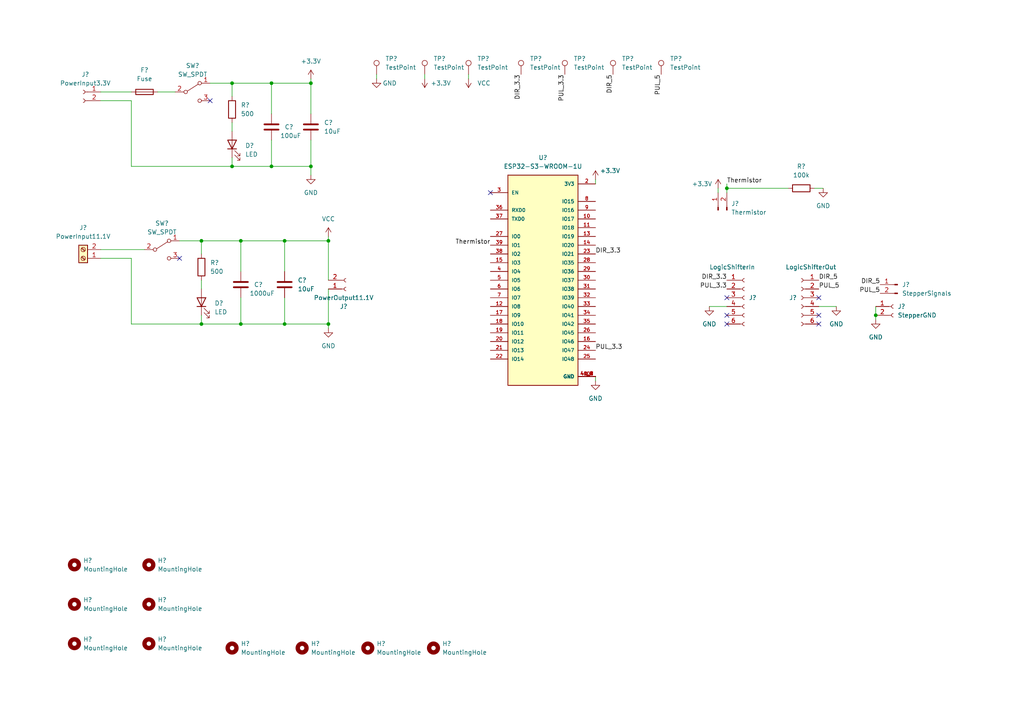
<source format=kicad_sch>
(kicad_sch (version 20211123) (generator eeschema)
  (paper "A4")
  (lib_symbols
    (symbol "Connector:Conn_01x02_Female" (pin_names (offset 1.016) hide)
      (property "Reference" "J" (at 0 2.54 0))
      (property "Value" "Conn_01x02_Female" (at 0 -5.08 0))
      (symbol "Conn_01x02_Female_1_1"
        (arc (start 0 -2.032) (mid -0.508 -2.54) (end 0 -3.048) (stroke (width 0.1524)))
        (polyline (pts (xy -1.27 -2.54) (xy -0.508 -2.54)) (stroke (width 0.1524)))
        (polyline (pts (xy -1.27 0) (xy -0.508 0)) (stroke (width 0.1524)))
        (arc (start 0 0.508) (mid -0.508 0) (end 0 -0.508) (stroke (width 0.1524)))
        (pin passive line (at -5.08 0 0) (length 3.81) (name "Pin_1") (number "1"))
        (pin passive line (at -5.08 -2.54 0) (length 3.81) (name "Pin_2") (number "2"))
      )
    )
    (symbol "Connector:Conn_01x02_Male" (pin_names (offset 1.016) hide)
      (property "Reference" "J" (at 0 2.54 0))
      (property "Value" "Conn_01x02_Male" (at 0 -5.08 0))
      (symbol "Conn_01x02_Male_1_1"
        (polyline (pts (xy 1.27 -2.54) (xy 0.8636 -2.54)) (stroke (width 0.1524)))
        (polyline (pts (xy 1.27 0) (xy 0.8636 0)) (stroke (width 0.1524)))
        (rectangle (start 0.8636 -2.413) (end 0 -2.667) (stroke (width 0.1524)) (fill (type outline)))
        (rectangle (start 0.8636 0.127) (end 0 -0.127) (stroke (width 0.1524)) (fill (type outline)))
        (pin passive line (at 5.08 0 180) (length 3.81) (name "Pin_1") (number "1"))
        (pin passive line (at 5.08 -2.54 180) (length 3.81) (name "Pin_2") (number "2"))
      )
    )
    (symbol "Connector:Conn_01x06_Female" (pin_names (offset 1.016) hide)
      (property "Reference" "J" (at 0 7.62 0))
      (property "Value" "Conn_01x06_Female" (at 0 -10.16 0))
      (symbol "Conn_01x06_Female_1_1"
        (arc (start 0 -7.112) (mid -0.508 -7.62) (end 0 -8.128) (stroke (width 0.1524)))
        (arc (start 0 -4.572) (mid -0.508 -5.08) (end 0 -5.588) (stroke (width 0.1524)))
        (arc (start 0 -2.032) (mid -0.508 -2.54) (end 0 -3.048) (stroke (width 0.1524)))
        (polyline (pts (xy -1.27 -7.62) (xy -0.508 -7.62)) (stroke (width 0.1524)))
        (polyline (pts (xy -1.27 -5.08) (xy -0.508 -5.08)) (stroke (width 0.1524)))
        (polyline (pts (xy -1.27 -2.54) (xy -0.508 -2.54)) (stroke (width 0.1524)))
        (polyline (pts (xy -1.27 0) (xy -0.508 0)) (stroke (width 0.1524)))
        (polyline (pts (xy -1.27 2.54) (xy -0.508 2.54)) (stroke (width 0.1524)))
        (polyline (pts (xy -1.27 5.08) (xy -0.508 5.08)) (stroke (width 0.1524)))
        (arc (start 0 0.508) (mid -0.508 0) (end 0 -0.508) (stroke (width 0.1524)))
        (arc (start 0 3.048) (mid -0.508 2.54) (end 0 2.032) (stroke (width 0.1524)))
        (arc (start 0 5.588) (mid -0.508 5.08) (end 0 4.572) (stroke (width 0.1524)))
        (pin passive line (at -5.08 5.08 0) (length 3.81) (name "Pin_1") (number "1"))
        (pin passive line (at -5.08 2.54 0) (length 3.81) (name "Pin_2") (number "2"))
        (pin passive line (at -5.08 0 0) (length 3.81) (name "Pin_3") (number "3"))
        (pin passive line (at -5.08 -2.54 0) (length 3.81) (name "Pin_4") (number "4"))
        (pin passive line (at -5.08 -5.08 0) (length 3.81) (name "Pin_5") (number "5"))
        (pin passive line (at -5.08 -7.62 0) (length 3.81) (name "Pin_6") (number "6"))
      )
    )
    (symbol "Connector:Screw_Terminal_01x02" (pin_names (offset 1.016) hide)
      (property "Reference" "J" (at 0 2.54 0))
      (property "Value" "Screw_Terminal_01x02" (at 0 -5.08 0))
      (symbol "Screw_Terminal_01x02_1_1"
        (rectangle (start -1.27 1.27) (end 1.27 -3.81) (stroke (width 0.254)) (fill (type background)))
        (circle (center 0 -2.54) (radius 0.635) (stroke (width 0.1524)))
        (polyline (pts (xy -0.5334 -2.2098) (xy 0.3302 -3.048)) (stroke (width 0.1524)))
        (polyline (pts (xy -0.5334 0.3302) (xy 0.3302 -0.508)) (stroke (width 0.1524)))
        (polyline (pts (xy -0.3556 -2.032) (xy 0.508 -2.8702)) (stroke (width 0.1524)))
        (polyline (pts (xy -0.3556 0.508) (xy 0.508 -0.3302)) (stroke (width 0.1524)))
        (circle (center 0 0) (radius 0.635) (stroke (width 0.1524)))
        (pin passive line (at -5.08 0 0) (length 3.81) (name "Pin_1") (number "1"))
        (pin passive line (at -5.08 -2.54 0) (length 3.81) (name "Pin_2") (number "2"))
      )
    )
    (symbol "Connector:TestPoint" (pin_numbers hide) (pin_names (offset 0.762) hide)
      (property "Reference" "TP" (at 0 6.858 0))
      (property "Value" "TestPoint" (at 0 5.08 0))
      (symbol "TestPoint_0_1"
        (circle (center 0 3.302) (radius 0.762))
      )
      (symbol "TestPoint_1_1"
        (pin passive line (at 0 0 90) (length 2.54) (name "1") (number "1"))
      )
    )
    (symbol "Device:C" (pin_numbers hide) (pin_names (offset 0.254))
      (property "Reference" "C" (at 0.635 2.54 0))
      (property "Value" "C" (at 0.635 -2.54 0))
      (symbol "C_0_1"
        (polyline (pts (xy -2.032 -0.762) (xy 2.032 -0.762)) (stroke (width 0.508)))
        (polyline (pts (xy -2.032 0.762) (xy 2.032 0.762)) (stroke (width 0.508)))
      )
      (symbol "C_1_1"
        (pin passive line (at 0 3.81 270) (length 2.794) (name "~") (number "1"))
        (pin passive line (at 0 -3.81 90) (length 2.794) (name "~") (number "2"))
      )
    )
    (symbol "Device:Fuse" (pin_numbers hide) (pin_names (offset 0))
      (property "Reference" "F" (at 2.032 0 90))
      (property "Value" "Fuse" (at -1.905 0 90))
      (symbol "Fuse_0_1"
        (rectangle (start -0.762 -2.54) (end 0.762 2.54) (stroke (width 0.254)))
        (polyline (pts (xy 0 2.54) (xy 0 -2.54)))
      )
      (symbol "Fuse_1_1"
        (pin passive line (at 0 3.81 270) (length 1.27) (name "~") (number "1"))
        (pin passive line (at 0 -3.81 90) (length 1.27) (name "~") (number "2"))
      )
    )
    (symbol "Device:LED" (pin_numbers hide) (pin_names (offset 1.016) hide)
      (property "Reference" "D" (at 0 2.54 0))
      (property "Value" "LED" (at 0 -2.54 0))
      (symbol "LED_0_1"
        (polyline (pts (xy -1.27 -1.27) (xy -1.27 1.27)) (stroke (width 0.254)))
        (polyline (pts (xy -1.27 0) (xy 1.27 0)))
        (polyline (pts (xy 1.27 -1.27) (xy 1.27 1.27) (xy -1.27 0) (xy 1.27 -1.27)) (stroke (width 0.254)))
        (polyline (pts (xy -3.048 -0.762) (xy -4.572 -2.286) (xy -3.81 -2.286) (xy -4.572 -2.286) (xy -4.572 -1.524)))
        (polyline (pts (xy -1.778 -0.762) (xy -3.302 -2.286) (xy -2.54 -2.286) (xy -3.302 -2.286) (xy -3.302 -1.524)))
      )
      (symbol "LED_1_1"
        (pin passive line (at -3.81 0 0) (length 2.54) (name "K") (number "1"))
        (pin passive line (at 3.81 0 180) (length 2.54) (name "A") (number "2"))
      )
    )
    (symbol "Device:R" (pin_numbers hide) (pin_names (offset 0))
      (property "Reference" "R" (at 2.032 0 90))
      (property "Value" "R" (at 0 0 90))
      (symbol "R_0_1"
        (rectangle (start -1.016 -2.54) (end 1.016 2.54) (stroke (width 0.254)))
      )
      (symbol "R_1_1"
        (pin passive line (at 0 3.81 270) (length 1.27) (name "~") (number "1"))
        (pin passive line (at 0 -3.81 90) (length 1.27) (name "~") (number "2"))
      )
    )
    (symbol "ESP32-S3-WROOM-1U:ESP32-S3-WROOM-1U" (pin_names (offset 1.016))
      (property "Reference" "U" (at -10.16 31.369 0))
      (property "Value" "ESP32-S3-WROOM-1U" (at -10.16 -33.02 0))
      (symbol "ESP32-S3-WROOM-1U_0_0"
        (rectangle (start -10.16 -30.48) (end 10.16 30.48) (stroke (width 0.254)) (fill (type background)))
        (pin power_in line (at 15.24 -27.94 180) (length 5.08) (name "GND") (number "1"))
        (pin bidirectional line (at 15.24 17.78 180) (length 5.08) (name "IO17") (number "10"))
        (pin bidirectional line (at 15.24 15.24 180) (length 5.08) (name "IO18") (number "11"))
        (pin bidirectional line (at -15.24 -7.62 0) (length 5.08) (name "IO8") (number "12"))
        (pin bidirectional line (at 15.24 12.7 180) (length 5.08) (name "IO19") (number "13"))
        (pin bidirectional line (at 15.24 10.16 180) (length 5.08) (name "IO20") (number "14"))
        (pin bidirectional line (at -15.24 5.08 0) (length 5.08) (name "IO3") (number "15"))
        (pin bidirectional line (at 15.24 -17.78 180) (length 5.08) (name "IO46") (number "16"))
        (pin bidirectional line (at -15.24 -10.16 0) (length 5.08) (name "IO9") (number "17"))
        (pin bidirectional line (at -15.24 -12.7 0) (length 5.08) (name "IO10") (number "18"))
        (pin bidirectional line (at -15.24 -15.24 0) (length 5.08) (name "IO11") (number "19"))
        (pin power_in line (at 15.24 27.94 180) (length 5.08) (name "3V3") (number "2"))
        (pin bidirectional line (at -15.24 -17.78 0) (length 5.08) (name "IO12") (number "20"))
        (pin bidirectional line (at -15.24 -20.32 0) (length 5.08) (name "IO13") (number "21"))
        (pin bidirectional line (at -15.24 -22.86 0) (length 5.08) (name "IO14") (number "22"))
        (pin bidirectional line (at 15.24 7.62 180) (length 5.08) (name "IO21") (number "23"))
        (pin bidirectional line (at 15.24 -20.32 180) (length 5.08) (name "IO47") (number "24"))
        (pin bidirectional line (at 15.24 -22.86 180) (length 5.08) (name "IO48") (number "25"))
        (pin bidirectional line (at 15.24 -15.24 180) (length 5.08) (name "IO45") (number "26"))
        (pin bidirectional line (at -15.24 12.7 0) (length 5.08) (name "IO0") (number "27"))
        (pin bidirectional line (at 15.24 5.08 180) (length 5.08) (name "IO35") (number "28"))
        (pin bidirectional line (at 15.24 2.54 180) (length 5.08) (name "IO36") (number "29"))
        (pin input line (at -15.24 25.4 0) (length 5.08) (name "EN") (number "3"))
        (pin bidirectional line (at 15.24 0 180) (length 5.08) (name "IO37") (number "30"))
        (pin bidirectional line (at 15.24 -2.54 180) (length 5.08) (name "IO38") (number "31"))
        (pin bidirectional line (at 15.24 -5.08 180) (length 5.08) (name "IO39") (number "32"))
        (pin bidirectional line (at 15.24 -7.62 180) (length 5.08) (name "IO40") (number "33"))
        (pin bidirectional line (at 15.24 -10.16 180) (length 5.08) (name "IO41") (number "34"))
        (pin bidirectional line (at 15.24 -12.7 180) (length 5.08) (name "IO42") (number "35"))
        (pin bidirectional line (at -15.24 20.32 0) (length 5.08) (name "RXD0") (number "36"))
        (pin bidirectional line (at -15.24 17.78 0) (length 5.08) (name "TXD0") (number "37"))
        (pin bidirectional line (at -15.24 7.62 0) (length 5.08) (name "IO2") (number "38"))
        (pin bidirectional line (at -15.24 10.16 0) (length 5.08) (name "IO1") (number "39"))
        (pin bidirectional line (at -15.24 2.54 0) (length 5.08) (name "IO4") (number "4"))
        (pin power_in line (at 15.24 -27.94 180) (length 5.08) (name "GND") (number "40"))
        (pin power_in line (at 15.24 -27.94 180) (length 5.08) (name "GND") (number "41_1"))
        (pin power_in line (at 15.24 -27.94 180) (length 5.08) (name "GND") (number "41_2"))
        (pin power_in line (at 15.24 -27.94 180) (length 5.08) (name "GND") (number "41_3"))
        (pin power_in line (at 15.24 -27.94 180) (length 5.08) (name "GND") (number "41_4"))
        (pin power_in line (at 15.24 -27.94 180) (length 5.08) (name "GND") (number "41_5"))
        (pin power_in line (at 15.24 -27.94 180) (length 5.08) (name "GND") (number "41_6"))
        (pin power_in line (at 15.24 -27.94 180) (length 5.08) (name "GND") (number "41_7"))
        (pin power_in line (at 15.24 -27.94 180) (length 5.08) (name "GND") (number "41_8"))
        (pin power_in line (at 15.24 -27.94 180) (length 5.08) (name "GND") (number "41_9"))
        (pin bidirectional line (at -15.24 0 0) (length 5.08) (name "IO5") (number "5"))
        (pin bidirectional line (at -15.24 -2.54 0) (length 5.08) (name "IO6") (number "6"))
        (pin bidirectional line (at -15.24 -5.08 0) (length 5.08) (name "IO7") (number "7"))
        (pin bidirectional line (at 15.24 22.86 180) (length 5.08) (name "IO15") (number "8"))
        (pin bidirectional line (at 15.24 20.32 180) (length 5.08) (name "IO16") (number "9"))
      )
    )
    (symbol "Mechanical:MountingHole" (pin_names (offset 1.016))
      (property "Reference" "H" (at 0 5.08 0))
      (property "Value" "MountingHole" (at 0 3.175 0))
      (symbol "MountingHole_0_1"
        (circle (center 0 0) (radius 1.27) (stroke (width 1.27)))
      )
    )
    (symbol "Switch:SW_SPDT" (pin_names (offset 0) hide)
      (property "Reference" "SW" (at 0 4.318 0))
      (property "Value" "SW_SPDT" (at 0 -5.08 0))
      (symbol "SW_SPDT_0_0"
        (circle (center -2.032 0) (radius 0.508))
        (circle (center 2.032 -2.54) (radius 0.508))
      )
      (symbol "SW_SPDT_0_1"
        (polyline (pts (xy -1.524 0.254) (xy 1.651 2.286)))
        (circle (center 2.032 2.54) (radius 0.508))
      )
      (symbol "SW_SPDT_1_1"
        (pin passive line (at 5.08 2.54 180) (length 2.54) (name "A") (number "1"))
        (pin passive line (at -5.08 0 0) (length 2.54) (name "B") (number "2"))
        (pin passive line (at 5.08 -2.54 180) (length 2.54) (name "C") (number "3"))
      )
    )
    (symbol "power:+3.3V" (power) (pin_names (offset 0))
      (property "Value" "+3.3V" (at 0 3.556 0))
      (symbol "+3.3V_0_1"
        (polyline (pts (xy -0.762 1.27) (xy 0 2.54)))
        (polyline (pts (xy 0 0) (xy 0 2.54)))
        (polyline (pts (xy 0 2.54) (xy 0.762 1.27)))
      )
      (symbol "+3.3V_1_1"
        (pin power_in line (at 0 0 90) (length 0) hide (name "+3.3V") (number "1"))
      )
    )
    (symbol "power:GND" (power) (pin_names (offset 0))
      (property "Value" "GND" (at 0 -3.81 0))
      (symbol "GND_0_1"
        (polyline (pts (xy 0 0) (xy 0 -1.27) (xy 1.27 -1.27) (xy 0 -2.54) (xy -1.27 -1.27) (xy 0 -1.27)))
      )
      (symbol "GND_1_1"
        (pin power_in line (at 0 0 270) (length 0) hide (name "GND") (number "1"))
      )
    )
    (symbol "power:VCC" (power) (pin_names (offset 0))
      (property "Value" "VCC" (at 0 3.81 0))
      (symbol "VCC_0_1"
        (polyline (pts (xy -0.762 1.27) (xy 0 2.54)))
        (polyline (pts (xy 0 0) (xy 0 2.54)))
        (polyline (pts (xy 0 2.54) (xy 0.762 1.27)))
      )
      (symbol "VCC_1_1"
        (pin power_in line (at 0 0 90) (length 0) hide (name "VCC") (number "1"))
      )
    )
  )
  (junction (at 210.82 54.61))
  (junction (at 95.25 93.98))
  (junction (at 78.74 24.13))
  (junction (at 82.55 93.98))
  (junction (at 82.55 69.85))
  (junction (at 90.17 24.13))
  (junction (at 67.31 24.13))
  (junction (at 67.31 48.26))
  (junction (at 58.42 69.85))
  (junction (at 58.42 93.98))
  (junction (at 69.85 93.98))
  (junction (at 254 91.44))
  (junction (at 78.74 48.26))
  (junction (at 69.85 69.85))
  (junction (at 90.17 48.26))
  (junction (at 95.25 69.85))
  (no_connect (at 60.96 29.21))
  (no_connect (at 210.82 91.44))
  (no_connect (at 210.82 93.98))
  (no_connect (at 237.49 93.98))
  (no_connect (at 237.49 91.44))
  (no_connect (at 210.82 86.36))
  (no_connect (at 237.49 86.36))
  (no_connect (at 142.24 55.88))
  (no_connect (at 52.07 74.93))
  (wire (pts (xy 58.42 69.85) (xy 58.42 73.66)))
  (wire (pts (xy 210.82 53.34) (xy 210.82 54.61)))
  (wire (pts (xy 67.31 24.13) (xy 78.74 24.13)))
  (wire (pts (xy 69.85 69.85) (xy 82.55 69.85)))
  (wire (pts (xy 135.89 22.86) (xy 135.89 21.59)))
  (wire (pts (xy 95.25 81.28) (xy 95.25 69.85)))
  (wire (pts (xy 58.42 81.28) (xy 58.42 83.82)))
  (wire (pts (xy 67.31 35.56) (xy 67.31 38.1)))
  (wire (pts (xy 69.85 86.36) (xy 69.85 93.98)))
  (wire (pts (xy 95.25 95.25) (xy 95.25 93.98)))
  (wire (pts (xy 95.25 69.85) (xy 82.55 69.85)))
  (wire (pts (xy 69.85 78.74) (xy 69.85 69.85)))
  (wire (pts (xy 90.17 33.02) (xy 90.17 24.13)))
  (wire (pts (xy 69.85 93.98) (xy 82.55 93.98)))
  (wire (pts (xy 38.1 29.21) (xy 38.1 48.26)))
  (wire (pts (xy 45.72 26.67) (xy 50.8 26.67)))
  (wire (pts (xy 82.55 78.74) (xy 82.55 69.85)))
  (wire (pts (xy 58.42 93.98) (xy 58.42 91.44)))
  (wire (pts (xy 109.22 21.59) (xy 109.22 22.86)))
  (wire (pts (xy 95.25 93.98) (xy 82.55 93.98)))
  (wire (pts (xy 78.74 40.64) (xy 78.74 48.26)))
  (wire (pts (xy 90.17 40.64) (xy 90.17 48.26)))
  (wire (pts (xy 60.96 24.13) (xy 67.31 24.13)))
  (wire (pts (xy 52.07 69.85) (xy 58.42 69.85)))
  (wire (pts (xy 67.31 48.26) (xy 67.31 45.72)))
  (wire (pts (xy 237.49 88.9) (xy 242.57 88.9)))
  (wire (pts (xy 38.1 74.93) (xy 38.1 93.98)))
  (wire (pts (xy 78.74 48.26) (xy 90.17 48.26)))
  (wire (pts (xy 254 88.9) (xy 254 91.44)))
  (wire (pts (xy 58.42 93.98) (xy 69.85 93.98)))
  (wire (pts (xy 95.25 83.82) (xy 95.25 93.98)))
  (wire (pts (xy 172.72 52.07) (xy 172.72 53.34)))
  (wire (pts (xy 38.1 48.26) (xy 67.31 48.26)))
  (wire (pts (xy 210.82 54.61) (xy 228.6 54.61)))
  (wire (pts (xy 90.17 48.26) (xy 90.17 50.8)))
  (wire (pts (xy 29.21 26.67) (xy 38.1 26.67)))
  (wire (pts (xy 38.1 93.98) (xy 58.42 93.98)))
  (wire (pts (xy 67.31 48.26) (xy 78.74 48.26)))
  (wire (pts (xy 29.21 72.39) (xy 41.91 72.39)))
  (wire (pts (xy 78.74 33.02) (xy 78.74 24.13)))
  (wire (pts (xy 210.82 54.61) (xy 210.82 55.88)))
  (wire (pts (xy 78.74 24.13) (xy 90.17 24.13)))
  (wire (pts (xy 29.21 29.21) (xy 38.1 29.21)))
  (wire (pts (xy 238.76 54.61) (xy 236.22 54.61)))
  (wire (pts (xy 172.72 110.49) (xy 172.72 109.22)))
  (wire (pts (xy 90.17 22.86) (xy 90.17 24.13)))
  (wire (pts (xy 95.25 68.58) (xy 95.25 69.85)))
  (wire (pts (xy 205.74 88.9) (xy 210.82 88.9)))
  (wire (pts (xy 58.42 69.85) (xy 69.85 69.85)))
  (wire (pts (xy 67.31 24.13) (xy 67.31 27.94)))
  (wire (pts (xy 254 92.71) (xy 254 91.44)))
  (wire (pts (xy 82.55 86.36) (xy 82.55 93.98)))
  (wire (pts (xy 208.28 54.61) (xy 208.28 55.88)))
  (wire (pts (xy 123.19 22.86) (xy 123.19 21.59)))
  (wire (pts (xy 29.21 74.93) (xy 38.1 74.93)))
  (label "PUL_3.3" (at 163.83 21.59 270))
  (label "PUL_5" (at 191.77 21.59 270))
  (label "PUL_5" (at 237.49 83.82 0))
  (label "DIR_3.3" (at 151.13 21.59 270))
  (label "Thermistor" (at 142.24 71.12 180))
  (label "DIR_5" (at 237.49 81.28 0))
  (label "DIR_3.3" (at 210.82 81.28 180))
  (label "DIR_5" (at 177.8 21.59 270))
  (label "PUL_3.3" (at 210.82 83.82 180))
  (label "PUL_3.3" (at 172.72 101.6 0))
  (label "PUL_5" (at 255.27 85.09 180))
  (label "Thermistor" (at 210.82 53.34 0))
  (label "DIR_3.3" (at 172.72 73.66 0))
  (label "DIR_5" (at 255.27 82.55 180))
  (symbol (lib_id "power:GND") (at 254 92.71 0) (unit 1)
    (property "Reference" "#PWR?" (effects hide))
    (property "Value" "GND" (at 254 97.79 0))
  )
  (symbol (lib_id "power:+3.3V") (at 208.28 54.61 0) (mirror y) (unit 1)
    (property "Reference" "#PWR?" (effects hide))
    (property "Value" "+3.3V" (at 200.66 53.34 0) (effects (justify right)))
  )
  (symbol (lib_id "Mechanical:MountingHole") (at 21.59 186.69 0) (unit 1)
    (property "Reference" "H?" (at 24.13 185.4199 0) (effects (justify left)))
    (property "Value" "MountingHole" (at 24.13 187.9599 0) (effects (justify left)))
  )
  (symbol (lib_id "Mechanical:MountingHole") (at 21.59 163.83 0) (unit 1)
    (property "Reference" "H?" (at 24.13 162.5599 0) (effects (justify left)))
    (property "Value" "MountingHole" (at 24.13 165.0999 0) (effects (justify left)))
  )
  (symbol (lib_id "power:VCC") (at 95.25 68.58 0) (unit 1)
    (property "Reference" "#PWR?" (effects hide))
    (property "Value" "VCC" (at 95.25 63.5 0))
  )
  (symbol (lib_id "power:GND") (at 90.17 50.8 0) (unit 1)
    (property "Reference" "#PWR?" (effects hide))
    (property "Value" "GND" (at 90.17 55.88 0))
  )
  (symbol (lib_id "Connector:Conn_01x02_Male") (at 260.35 82.55 0) (mirror y) (unit 1)
    (property "Reference" "J?" (at 261.62 82.5499 0) (effects (justify right)))
    (property "Value" "StepperSignals" (at 261.62 85.0899 0) (effects (justify right)))
  )
  (symbol (lib_id "power:VCC") (at 135.89 22.86 180) (unit 1)
    (property "Reference" "#PWR?" (effects hide))
    (property "Value" "VCC" (at 138.43 24.1299 0) (effects (justify right)))
  )
  (symbol (lib_id "Device:C") (at 78.74 36.83 0) (unit 1)
    (property "Reference" "C?" (at 82.55 36.83 0) (effects (justify left)))
    (property "Value" "100uF" (at 81.28 39.37 0) (effects (justify left)))
    (property "Footprint" "Capacitor_THT:C_Rect_L7.2mm_W8.5mm_P5.00mm_FKP2_FKP2_MKS2_MKP2" (effects hide))
  )
  (symbol (lib_id "Connector:TestPoint") (at 191.77 21.59 0) (unit 1)
    (property "Reference" "TP?" (at 194.31 17.0179 0) (effects (justify left)))
    (property "Value" "TestPoint" (at 194.31 19.5579 0) (effects (justify left)))
  )
  (symbol (lib_id "Switch:SW_SPDT") (at 46.99 72.39 0) (unit 1)
    (property "Reference" "SW?" (at 46.99 64.77 0))
    (property "Value" "SW_SPDT" (at 46.99 67.31 0))
    (property "Footprint" "Button_Switch_THT:SW_E-Switch_EG1224_SPDT_Angled" (effects hide))
  )
  (symbol (lib_id "Mechanical:MountingHole") (at 106.68 187.96 0) (unit 1)
    (property "Reference" "H?" (at 109.22 186.6899 0) (effects (justify left)))
    (property "Value" "MountingHole" (at 109.22 189.2299 0) (effects (justify left)))
  )
  (symbol (lib_id "Connector:TestPoint") (at 151.13 21.59 0) (unit 1)
    (property "Reference" "TP?" (at 153.67 17.0179 0) (effects (justify left)))
    (property "Value" "TestPoint" (at 153.67 19.5579 0) (effects (justify left)))
  )
  (symbol (lib_id "Device:Fuse") (at 41.91 26.67 90) (unit 1)
    (property "Reference" "F?" (at 41.91 20.32 90))
    (property "Value" "Fuse" (at 41.91 22.86 90))
    (property "Footprint" "ProjectLibraries:fuse_tht" (effects hide))
  )
  (symbol (lib_id "Connector:Conn_01x06_Female") (at 232.41 86.36 0) (mirror y) (unit 1)
    (property "Reference" "J?" (at 231.14 86.3599 0) (effects (justify left)))
    (property "Value" "LogicShifterOut" (at 242.57 77.47 0) (effects (justify left)))
  )
  (symbol (lib_id "Mechanical:MountingHole") (at 43.18 175.26 0) (unit 1)
    (property "Reference" "H?" (at 45.72 173.9899 0) (effects (justify left)))
    (property "Value" "MountingHole" (at 45.72 176.5299 0) (effects (justify left)))
  )
  (symbol (lib_id "Device:R") (at 232.41 54.61 90) (unit 1)
    (property "Reference" "R?" (at 232.41 48.26 90))
    (property "Value" "100k" (at 232.41 50.8 90))
  )
  (symbol (lib_id "Connector:TestPoint") (at 123.19 21.59 0) (unit 1)
    (property "Reference" "TP?" (at 125.73 17.0179 0) (effects (justify left)))
    (property "Value" "TestPoint" (at 125.73 19.5579 0) (effects (justify left)))
  )
  (symbol (lib_id "power:+3.3V") (at 172.72 52.07 0) (mirror y) (unit 1)
    (property "Reference" "#PWR?" (effects hide))
    (property "Value" "+3.3V" (at 173.99 49.53 0) (effects (justify right)))
  )
  (symbol (lib_id "Connector:TestPoint") (at 135.89 21.59 0) (unit 1)
    (property "Reference" "TP?" (at 138.43 17.0179 0) (effects (justify left)))
    (property "Value" "TestPoint" (at 138.43 19.5579 0) (effects (justify left)))
  )
  (symbol (lib_id "Switch:SW_SPDT") (at 55.88 26.67 0) (unit 1)
    (property "Reference" "SW?" (at 55.88 19.05 0))
    (property "Value" "SW_SPDT" (at 55.88 21.59 0))
    (property "Footprint" "Button_Switch_THT:SW_E-Switch_EG1224_SPDT_Angled" (effects hide))
  )
  (symbol (lib_id "Connector:TestPoint") (at 163.83 21.59 0) (unit 1)
    (property "Reference" "TP?" (at 166.37 17.0179 0) (effects (justify left)))
    (property "Value" "TestPoint" (at 166.37 19.5579 0) (effects (justify left)))
  )
  (symbol (lib_id "power:+3.3V") (at 123.19 22.86 0) (mirror x) (unit 1)
    (property "Reference" "#PWR?" (effects hide))
    (property "Value" "+3.3V" (at 130.81 24.13 0) (effects (justify right)))
  )
  (symbol (lib_id "Device:LED") (at 58.42 87.63 90) (unit 1)
    (property "Reference" "D?" (at 62.23 87.9474 90) (effects (justify right)))
    (property "Value" "LED" (at 62.23 90.4874 90) (effects (justify right)))
    (property "Footprint" "LED_THT:LED_D1.8mm_W3.3mm_H2.4mm" (effects hide))
  )
  (symbol (lib_id "Connector:Conn_01x06_Female") (at 215.9 86.36 0) (unit 1)
    (property "Reference" "J?" (at 217.17 86.3599 0) (effects (justify left)))
    (property "Value" "LogicShifterIn" (at 205.74 77.47 0) (effects (justify left)))
  )
  (symbol (lib_id "power:GND") (at 109.22 22.86 0) (unit 1)
    (property "Reference" "#PWR?" (effects hide))
    (property "Value" "GND" (at 113.03 24.13 0))
  )
  (symbol (lib_id "ESP32-S3-WROOM-1U:ESP32-S3-WROOM-1U") (at 157.48 81.28 0) (unit 1)
    (property "Reference" "U?" (at 157.48 45.72 0))
    (property "Value" "ESP32-S3-WROOM-1U" (at 157.48 48.26 0))
    (property "Footprint" "ESP32-S3-WROOM-1U:XCVR_ESP32-S3-WROOM-1U" (effects hide))
    (property "MF" "Espressif Systems" (effects hide))
    (property "MAXIMUM_PACKAGE_HEIGHT" "3.35mm" (effects hide))
    (property "Package" "SMD-41 Espressif Systems" (effects hide))
    (property "Price" "None" (effects hide))
    (property "Check_prices" "https://www.snapeda.com/parts/ESP32-S3-WROOM-1U/Espressif+Systems/view-part/?ref=eda" (effects hide))
    (property "STANDARD" "Manufacturer Recommendations" (effects hide))
    (property "PARTREV" "v0.6" (effects hide))
    (property "SnapEDA_Link" "https://www.snapeda.com/parts/ESP32-S3-WROOM-1U/Espressif+Systems/view-part/?ref=snap" (effects hide))
    (property "MP" "ESP32-S3-WROOM-1U" (effects hide))
    (property "Description" "\n                        \n                            2.4 GHz Wi-Fi (802.11 b/g/n) and Bluetooth 5 (LE) module\n                        \n" (effects hide))
    (property "Availability" "Not in stock" (effects hide))
    (property "MANUFACTURER" "Espressif" (effects hide))
  )
  (symbol (lib_id "Device:R") (at 67.31 31.75 0) (unit 1)
    (property "Reference" "R?" (at 69.85 30.4799 0) (effects (justify left)))
    (property "Value" "500" (at 69.85 33.0199 0) (effects (justify left)))
    (property "Footprint" "Resistor_THT:R_Axial_DIN0207_L6.3mm_D2.5mm_P10.16mm_Horizontal" (effects hide))
  )
  (symbol (lib_id "Connector:Conn_01x02_Female") (at 259.08 88.9 0) (unit 1)
    (property "Reference" "J?" (at 260.35 88.8999 0) (effects (justify left)))
    (property "Value" "StepperGND" (at 260.35 91.4399 0) (effects (justify left)))
  )
  (symbol (lib_id "Device:C") (at 82.55 82.55 0) (unit 1)
    (property "Reference" "C?" (at 86.36 81.2799 0) (effects (justify left)))
    (property "Value" "10uF" (at 86.36 83.82 0) (effects (justify left)))
    (property "Footprint" "Capacitor_THT:C_Rect_L7.2mm_W8.5mm_P5.00mm_FKP2_FKP2_MKS2_MKP2" (effects hide))
  )
  (symbol (lib_id "Mechanical:MountingHole") (at 21.59 175.26 0) (unit 1)
    (property "Reference" "H?" (at 24.13 173.9899 0) (effects (justify left)))
    (property "Value" "MountingHole" (at 24.13 176.5299 0) (effects (justify left)))
  )
  (symbol (lib_id "power:GND") (at 205.74 88.9 0) (unit 1)
    (property "Reference" "#PWR?" (effects hide))
    (property "Value" "GND" (at 205.74 93.98 0))
  )
  (symbol (lib_id "Mechanical:MountingHole") (at 43.18 186.69 0) (unit 1)
    (property "Reference" "H?" (at 45.72 185.4199 0) (effects (justify left)))
    (property "Value" "MountingHole" (at 45.72 187.9599 0) (effects (justify left)))
  )
  (symbol (lib_id "power:GND") (at 95.25 95.25 0) (unit 1)
    (property "Reference" "#PWR?" (effects hide))
    (property "Value" "GND" (at 95.25 100.33 0))
  )
  (symbol (lib_id "Connector:TestPoint") (at 177.8 21.59 0) (unit 1)
    (property "Reference" "TP?" (at 180.34 17.0179 0) (effects (justify left)))
    (property "Value" "TestPoint" (at 180.34 19.5579 0) (effects (justify left)))
  )
  (symbol (lib_id "Mechanical:MountingHole") (at 125.73 187.96 0) (unit 1)
    (property "Reference" "H?" (at 128.27 186.6899 0) (effects (justify left)))
    (property "Value" "MountingHole" (at 128.27 189.2299 0) (effects (justify left)))
  )
  (symbol (lib_id "Device:C") (at 69.85 82.55 0) (unit 1)
    (property "Reference" "C?" (at 73.66 82.55 0) (effects (justify left)))
    (property "Value" "1000uF" (at 72.39 85.09 0) (effects (justify left)))
    (property "Footprint" "Capacitor_THT:C_Rect_L7.2mm_W8.5mm_P5.00mm_FKP2_FKP2_MKS2_MKP2" (effects hide))
  )
  (symbol (lib_id "Connector:Conn_01x02_Female") (at 100.33 83.82 0) (mirror x) (unit 1)
    (property "Reference" "J?" (at 99.695 88.9 0))
    (property "Value" "PowerOutput11.1V" (at 99.695 86.36 0))
  )
  (symbol (lib_id "Connector:Conn_01x02_Male") (at 208.28 60.96 90) (unit 1)
    (property "Reference" "J?" (at 212.09 59.0549 90) (effects (justify right)))
    (property "Value" "Thermistor" (at 212.09 61.5949 90) (effects (justify right)))
  )
  (symbol (lib_id "Connector:TestPoint") (at 109.22 21.59 0) (unit 1)
    (property "Reference" "TP?" (at 111.76 17.0179 0) (effects (justify left)))
    (property "Value" "TestPoint" (at 111.76 19.5579 0) (effects (justify left)))
  )
  (symbol (lib_id "Connector:Conn_01x02_Female") (at 24.13 26.67 0) (mirror y) (unit 1)
    (property "Reference" "J?" (at 24.765 21.59 0))
    (property "Value" "PowerInput3.3V" (at 24.765 24.13 0))
  )
  (symbol (lib_id "Mechanical:MountingHole") (at 43.18 163.83 0) (unit 1)
    (property "Reference" "H?" (at 45.72 162.5599 0) (effects (justify left)))
    (property "Value" "MountingHole" (at 45.72 165.0999 0) (effects (justify left)))
  )
  (symbol (lib_id "Device:LED") (at 67.31 41.91 90) (unit 1)
    (property "Reference" "D?" (at 71.12 42.2274 90) (effects (justify right)))
    (property "Value" "LED" (at 71.12 44.7674 90) (effects (justify right)))
    (property "Footprint" "LED_THT:LED_D1.8mm_W3.3mm_H2.4mm" (effects hide))
  )
  (symbol (lib_id "power:+3.3V") (at 90.17 22.86 0) (unit 1)
    (property "Reference" "#PWR?" (effects hide))
    (property "Value" "+3.3V" (at 90.17 17.78 0))
  )
  (symbol (lib_id "Mechanical:MountingHole") (at 87.63 187.96 0) (unit 1)
    (property "Reference" "H?" (at 90.17 186.6899 0) (effects (justify left)))
    (property "Value" "MountingHole" (at 90.17 189.2299 0) (effects (justify left)))
  )
  (symbol (lib_id "Connector:Screw_Terminal_01x02") (at 24.13 74.93 180) (unit 1)
    (property "Reference" "J?" (at 24.13 66.04 0))
    (property "Value" "PowerInput11.1V" (at 24.13 68.58 0))
  )
  (symbol (lib_id "Device:C") (at 90.17 36.83 0) (unit 1)
    (property "Reference" "C?" (at 93.98 35.5599 0) (effects (justify left)))
    (property "Value" "10uF" (at 93.98 38.0999 0) (effects (justify left)))
    (property "Footprint" "Capacitor_THT:C_Rect_L7.2mm_W8.5mm_P5.00mm_FKP2_FKP2_MKS2_MKP2" (effects hide))
  )
  (symbol (lib_id "Mechanical:MountingHole") (at 67.31 187.96 0) (unit 1)
    (property "Reference" "H?" (at 69.85 186.6899 0) (effects (justify left)))
    (property "Value" "MountingHole" (at 69.85 189.2299 0) (effects (justify left)))
  )
  (symbol (lib_id "power:GND") (at 242.57 88.9 0) (unit 1)
    (property "Reference" "#PWR?" (effects hide))
    (property "Value" "GND" (at 242.57 93.98 0))
  )
  (symbol (lib_id "Device:R") (at 58.42 77.47 0) (unit 1)
    (property "Reference" "R?" (at 60.96 76.1999 0) (effects (justify left)))
    (property "Value" "500" (at 60.96 78.7399 0) (effects (justify left)))
    (property "Footprint" "Resistor_THT:R_Axial_DIN0207_L6.3mm_D2.5mm_P10.16mm_Horizontal" (effects hide))
  )
  (symbol (lib_id "power:GND") (at 172.72 110.49 0) (unit 1)
    (property "Reference" "#PWR?" (effects hide))
    (property "Value" "GND" (at 172.72 115.57 0))
  )
  (symbol (lib_id "power:GND") (at 238.76 54.61 0) (unit 1)
    (property "Reference" "#PWR?" (effects hide))
    (property "Value" "GND" (at 238.76 59.69 0))
  )
)
</source>
